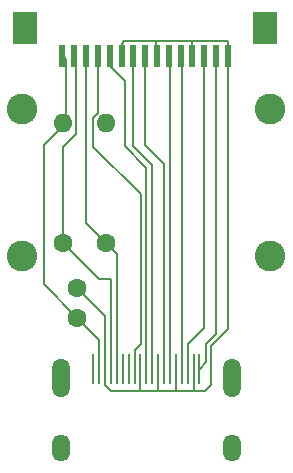
<source format=gbr>
%TF.GenerationSoftware,KiCad,Pcbnew,8.0.5*%
%TF.CreationDate,2024-12-17T10:43:13+01:00*%
%TF.ProjectId,ffc2hdmi,66666332-6864-46d6-992e-6b696361645f,rev?*%
%TF.SameCoordinates,Original*%
%TF.FileFunction,Copper,L1,Top*%
%TF.FilePolarity,Positive*%
%FSLAX46Y46*%
G04 Gerber Fmt 4.6, Leading zero omitted, Abs format (unit mm)*
G04 Created by KiCad (PCBNEW 8.0.5) date 2024-12-17 10:43:13*
%MOMM*%
%LPD*%
G01*
G04 APERTURE LIST*
%TA.AperFunction,WasherPad*%
%ADD10C,2.600000*%
%TD*%
%TA.AperFunction,SMDPad,CuDef*%
%ADD11R,0.600000X1.900000*%
%TD*%
%TA.AperFunction,SMDPad,CuDef*%
%ADD12R,2.100000X2.799999*%
%TD*%
%TA.AperFunction,ComponentPad*%
%ADD13C,1.600000*%
%TD*%
%TA.AperFunction,ComponentPad*%
%ADD14O,1.600000X1.600000*%
%TD*%
%TA.AperFunction,SMDPad,CuDef*%
%ADD15R,0.280000X2.600000*%
%TD*%
%TA.AperFunction,ComponentPad*%
%ADD16O,1.500000X3.300000*%
%TD*%
%TA.AperFunction,ComponentPad*%
%ADD17O,1.500000X2.300000*%
%TD*%
%TA.AperFunction,Conductor*%
%ADD18C,0.200000*%
%TD*%
G04 APERTURE END LIST*
D10*
%TO.P,@HOLE1,*%
%TO.N,*%
X138101100Y-91753600D03*
%TD*%
D11*
%TO.P,X1,1,1*%
%TO.N,GND*%
X155499972Y-87274999D03*
%TO.P,X1,2,1*%
%TO.N,/CAM1-DN0*%
X154499971Y-87274999D03*
%TO.P,X1,3,1*%
%TO.N,/CAM1-DP0*%
X153499971Y-87274999D03*
%TO.P,X1,4,1*%
%TO.N,GND*%
X152499973Y-87274999D03*
%TO.P,X1,5,1*%
%TO.N,/CAM1-DN1*%
X151499972Y-87274999D03*
%TO.P,X1,6,1*%
%TO.N,/CAM1-DP1*%
X150499972Y-87274999D03*
%TO.P,X1,7,1*%
%TO.N,GND*%
X149499971Y-87274999D03*
%TO.P,X1,8,1*%
%TO.N,/CAM1_CN*%
X148499971Y-87274999D03*
%TO.P,X1,9,1*%
%TO.N,/CAM1_CP*%
X147499973Y-87274999D03*
%TO.P,X1,10,1*%
%TO.N,GND*%
X146499972Y-87274999D03*
%TO.P,X1,11,1*%
%TO.N,/CAM_GPIO*%
X145499972Y-87274999D03*
%TO.P,X1,12,1*%
%TO.N,/CAM_CLK*%
X144499971Y-87274999D03*
%TO.P,X1,13,1*%
%TO.N,/SCL0*%
X143499971Y-87274999D03*
%TO.P,X1,14,1*%
%TO.N,/SDA0*%
X142499973Y-87274999D03*
%TO.P,X1,15,1*%
%TO.N,+3V3*%
X141499972Y-87274999D03*
D12*
%TO.P,X1,P1*%
%TO.N,N/C*%
X158649972Y-84924999D03*
%TO.P,X1,P2*%
X138350000Y-84924999D03*
%TD*%
D13*
%TO.P,R2,1,1*%
%TO.N,/SDA0*%
X141525000Y-103135000D03*
D14*
%TO.P,R2,2,2*%
%TO.N,+3V3*%
X141525000Y-92975000D03*
%TD*%
D13*
%TO.P,C2,1,1*%
%TO.N,+3V3*%
X142725000Y-109475000D03*
%TO.P,C2,2,2*%
%TO.N,GND*%
X142725000Y-106975000D03*
%TD*%
D15*
%TO.P,HDMI,P$1,HOTPLUG*%
%TO.N,unconnected-(U$4-HOTPLUG-PadP$1)*%
X144100000Y-113800000D03*
%TO.P,HDMI,P$2,+5V*%
%TO.N,+3V3*%
X144600000Y-113800000D03*
%TO.P,HDMI,P$3,GND*%
%TO.N,GND*%
X145100000Y-113800000D03*
%TO.P,HDMI,P$4,SDA(I2C_DDC)*%
%TO.N,/SDA0*%
X145600000Y-113800000D03*
%TO.P,HDMI,P$5,SCL(I2C_DDC)*%
%TO.N,/SCL0*%
X146100000Y-113800000D03*
%TO.P,HDMI,P$6,RESERVED*%
%TO.N,unconnected-(U$4-RESERVED-PadP$6)*%
X146600000Y-113800000D03*
%TO.P,HDMI,P$7,CEC*%
%TO.N,unconnected-(U$4-CEC-PadP$7)*%
X147100000Y-113800000D03*
%TO.P,HDMI,P$8,TMDS_CLOCK-*%
%TO.N,/CAM_CLK*%
X147600000Y-113800000D03*
%TO.P,HDMI,P$9,TMDS_CLOCK_SHIELD*%
%TO.N,GND*%
X148100000Y-113800000D03*
%TO.P,HDMI,P$10,TMDS_CLOCK+*%
%TO.N,/CAM_GPIO*%
X148600000Y-113800000D03*
%TO.P,HDMI,P$11,DATA0-*%
%TO.N,/CAM1_CP*%
X149100000Y-113800000D03*
%TO.P,HDMI,P$12,DATA0_SHIELD*%
%TO.N,GND*%
X149600000Y-113800000D03*
%TO.P,HDMI,P$13,DATA0+*%
%TO.N,/CAM1_CN*%
X150100000Y-113800000D03*
%TO.P,HDMI,P$14,DATA1-*%
%TO.N,/CAM1-DP1*%
X150600000Y-113800000D03*
%TO.P,HDMI,P$15,DATA1_SHIELD*%
%TO.N,GND*%
X151100000Y-113800000D03*
%TO.P,HDMI,P$16,DATA1+*%
%TO.N,/CAM1-DN1*%
X151600000Y-113800000D03*
%TO.P,HDMI,P$17,TMDS_DATA2-*%
%TO.N,/CAM1-DP0*%
X152100000Y-113800000D03*
%TO.P,HDMI,P$18,TMDS_DATA2_SHIELD*%
%TO.N,GND*%
X152600000Y-113800000D03*
%TO.P,HDMI,P$19,TMDS_DATA2+*%
%TO.N,/CAM1-DN0*%
X153100000Y-113800000D03*
D16*
%TO.P,HDMI,P$20*%
%TO.N,N/C*%
X141350000Y-114560000D03*
D17*
%TO.P,HDMI,P$21*%
X141350000Y-120510000D03*
%TO.P,HDMI,P$22*%
X155850000Y-120510000D03*
D16*
%TO.P,HDMI,P$23*%
X155850000Y-114560000D03*
%TD*%
D10*
%TO.P,@HOLE0,*%
%TO.N,*%
X159101100Y-91753600D03*
%TD*%
%TO.P,@HOLE2,*%
%TO.N,*%
X138100000Y-104254000D03*
%TD*%
D13*
%TO.P,R1,1,1*%
%TO.N,/SCL0*%
X145200000Y-103135000D03*
D14*
%TO.P,R1,2,2*%
%TO.N,+3V3*%
X145200000Y-92975000D03*
%TD*%
D10*
%TO.P,@HOLE3,*%
%TO.N,*%
X159100000Y-104254000D03*
%TD*%
D18*
%TO.N,GND*%
X154084552Y-115190992D02*
X153575544Y-115700000D01*
X152499973Y-86046826D02*
X152499973Y-87274999D01*
X153575544Y-115700000D02*
X152600000Y-115700000D01*
X149425000Y-87200028D02*
X149499971Y-87274999D01*
X152525000Y-86021799D02*
X152499973Y-86046826D01*
X149425000Y-86021799D02*
X149425000Y-87200028D01*
X155525000Y-110418376D02*
X154084552Y-111858824D01*
X154084552Y-111858824D02*
X154084552Y-115190992D01*
X145106516Y-109356516D02*
X142725000Y-106975000D01*
X146499972Y-86250028D02*
X146499972Y-87274999D01*
X149600000Y-113800000D02*
X149600000Y-115700000D01*
X155525000Y-87300027D02*
X155525000Y-110418376D01*
X155499972Y-87274999D02*
X155499972Y-86124999D01*
X152525000Y-86021799D02*
X149425000Y-86021799D01*
X155499972Y-87274999D02*
X155525000Y-87300027D01*
X149600000Y-115700000D02*
X148100000Y-115700000D01*
X151100000Y-113800000D02*
X151100000Y-115700000D01*
X149425000Y-86021799D02*
X146728201Y-86021799D01*
X145606516Y-115700000D02*
X145100000Y-115193484D01*
X148100000Y-115700000D02*
X145606516Y-115700000D01*
X152600000Y-113800000D02*
X152600000Y-115700000D01*
X148100000Y-113800000D02*
X148100000Y-115700000D01*
X155499972Y-86124999D02*
X155396772Y-86021799D01*
X155396772Y-86021799D02*
X152525000Y-86021799D01*
X145100000Y-115193484D02*
X145100000Y-113800000D01*
X151100000Y-115700000D02*
X149600000Y-115700000D01*
X146728201Y-86021799D02*
X146499972Y-86250028D01*
X152600000Y-115700000D02*
X151100000Y-115700000D01*
X145106516Y-113779028D02*
X145106516Y-109356516D01*
%TO.N,+3V3*%
X141775000Y-92975000D02*
X141775000Y-87550027D01*
X142725000Y-109475000D02*
X139900000Y-106650000D01*
X139900000Y-106650000D02*
X139900000Y-94850000D01*
X141775000Y-87550027D02*
X141499972Y-87274999D01*
X144606516Y-111356516D02*
X144606516Y-113779028D01*
X139900000Y-94850000D02*
X141775000Y-92975000D01*
X142725000Y-109475000D02*
X144606516Y-111356516D01*
%TO.N,/SCL0*%
X143499971Y-101434971D02*
X145200000Y-103135000D01*
X145200000Y-103135000D02*
X146106516Y-104041516D01*
X143499971Y-87274999D02*
X143499971Y-101434971D01*
X146106516Y-104041516D02*
X146106516Y-113779028D01*
%TO.N,/SDA0*%
X141525000Y-95025000D02*
X142628200Y-93921800D01*
X142628200Y-93921800D02*
X142628200Y-87403226D01*
X145606516Y-106206516D02*
X144596516Y-106206516D01*
X142628200Y-87403226D02*
X142499973Y-87274999D01*
X145606516Y-113779028D02*
X145606516Y-106206516D01*
X141525000Y-103135000D02*
X141525000Y-95025000D01*
X144596516Y-106206516D02*
X141525000Y-103135000D01*
%TO.N,/CAM_CLK*%
X147606516Y-112193484D02*
X147606516Y-113779028D01*
X144499971Y-92114868D02*
X144096800Y-92518039D01*
X148109552Y-111690448D02*
X147606516Y-112193484D01*
X148109552Y-98990435D02*
X148109552Y-111690448D01*
X144096800Y-92518039D02*
X144096800Y-94977683D01*
X144499971Y-87274999D02*
X144499971Y-92114868D01*
X144096800Y-94977683D02*
X148109552Y-98990435D01*
%TO.N,/CAM1-DP0*%
X153499971Y-87274999D02*
X153475000Y-87299970D01*
X152106516Y-111693484D02*
X152106516Y-113779028D01*
X153475000Y-110325000D02*
X152106516Y-111693484D01*
X153475000Y-87299970D02*
X153475000Y-110325000D01*
%TO.N,/CAM1-DN1*%
X151606516Y-87381543D02*
X151499972Y-87274999D01*
X151606516Y-113779028D02*
X151606516Y-87381543D01*
%TO.N,/CAM1_CN*%
X148499971Y-94800029D02*
X148475000Y-94825000D01*
X148475000Y-94825000D02*
X150106516Y-96456516D01*
X148499971Y-87274999D02*
X148499971Y-94800029D01*
X150106516Y-96456516D02*
X150106516Y-113779028D01*
%TO.N,/CAM1-DP1*%
X150606516Y-87381543D02*
X150606516Y-113779028D01*
X150499972Y-87274999D02*
X150606516Y-87381543D01*
%TO.N,/CAM1-DN0*%
X154500000Y-87275028D02*
X154499971Y-87274999D01*
X154500000Y-110873166D02*
X154500000Y-87275028D01*
X153681352Y-111691814D02*
X154500000Y-110873166D01*
X153681352Y-113204192D02*
X153681352Y-111691814D01*
X153106516Y-113779028D02*
X153681352Y-113204192D01*
%TO.N,/CAM_GPIO*%
X145499972Y-87274999D02*
X145499972Y-88131399D01*
X148606516Y-96781516D02*
X148606516Y-113779028D01*
X146753172Y-89384599D02*
X146753172Y-94928172D01*
X146753172Y-94928172D02*
X148606516Y-96781516D01*
X145499972Y-88131399D02*
X146753172Y-89384599D01*
%TO.N,/CAM1_CP*%
X147499973Y-87274999D02*
X147499973Y-94920183D01*
X149106516Y-96526726D02*
X149106516Y-113779028D01*
X147499973Y-94920183D02*
X149106516Y-96526726D01*
%TD*%
M02*

</source>
